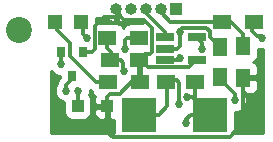
<source format=gtl>
G04 #@! TF.GenerationSoftware,KiCad,Pcbnew,(5.0.1)-4*
G04 #@! TF.CreationDate,2019-01-27T12:38:07-06:00*
G04 #@! TF.ProjectId,power_board,706F7765725F626F6172642E6B696361,rev?*
G04 #@! TF.SameCoordinates,Original*
G04 #@! TF.FileFunction,Copper,L1,Top,Signal*
G04 #@! TF.FilePolarity,Positive*
%FSLAX46Y46*%
G04 Gerber Fmt 4.6, Leading zero omitted, Abs format (unit mm)*
G04 Created by KiCad (PCBNEW (5.0.1)-4) date 1/27/2019 12:38:07 PM*
%MOMM*%
%LPD*%
G01*
G04 APERTURE LIST*
G04 #@! TA.AperFunction,SMDPad,CuDef*
%ADD10R,0.800000X0.900000*%
G04 #@! TD*
G04 #@! TA.AperFunction,SMDPad,CuDef*
%ADD11R,3.000000X3.000000*%
G04 #@! TD*
G04 #@! TA.AperFunction,SMDPad,CuDef*
%ADD12R,1.500000X1.250000*%
G04 #@! TD*
G04 #@! TA.AperFunction,SMDPad,CuDef*
%ADD13R,1.250000X1.500000*%
G04 #@! TD*
G04 #@! TA.AperFunction,SMDPad,CuDef*
%ADD14R,1.000000X1.000000*%
G04 #@! TD*
G04 #@! TA.AperFunction,SMDPad,CuDef*
%ADD15R,1.500000X1.300000*%
G04 #@! TD*
G04 #@! TA.AperFunction,SMDPad,CuDef*
%ADD16R,1.300000X1.500000*%
G04 #@! TD*
G04 #@! TA.AperFunction,SMDPad,CuDef*
%ADD17R,1.560000X0.650000*%
G04 #@! TD*
G04 #@! TA.AperFunction,ComponentPad*
%ADD18R,1.000000X1.000000*%
G04 #@! TD*
G04 #@! TA.AperFunction,ComponentPad*
%ADD19O,1.000000X1.000000*%
G04 #@! TD*
G04 #@! TA.AperFunction,ComponentPad*
%ADD20C,2.200000*%
G04 #@! TD*
G04 #@! TA.AperFunction,SMDPad,CuDef*
%ADD21R,1.200000X1.200000*%
G04 #@! TD*
G04 #@! TA.AperFunction,ViaPad*
%ADD22C,0.685800*%
G04 #@! TD*
G04 #@! TA.AperFunction,Conductor*
%ADD23C,0.300000*%
G04 #@! TD*
G04 #@! TA.AperFunction,Conductor*
%ADD24C,0.254000*%
G04 #@! TD*
G04 APERTURE END LIST*
D10*
G04 #@! TO.P,Q1,1*
G04 #@! TO.N,VDD*
X155128000Y-113452400D03*
G04 #@! TO.P,Q1,2*
G04 #@! TO.N,+5V*
X153228000Y-113452400D03*
G04 #@! TO.P,Q1,3*
G04 #@! TO.N,/D*
X154178000Y-115452400D03*
G04 #@! TD*
D11*
G04 #@! TO.P,P1,2*
G04 #@! TO.N,(GND)*
X159864800Y-118719600D03*
G04 #@! TO.P,P1,1*
G04 #@! TO.N,/D*
X165864800Y-118719600D03*
G04 #@! TD*
D12*
G04 #@! TO.P,C1,1*
G04 #@! TO.N,VDD*
X159878400Y-114096800D03*
G04 #@! TO.P,C1,2*
G04 #@! TO.N,(GND)*
X157378400Y-114096800D03*
G04 #@! TD*
G04 #@! TO.P,C2,2*
G04 #@! TO.N,(GND)*
X162122800Y-115950000D03*
G04 #@! TO.P,C2,1*
G04 #@! TO.N,/D*
X164622800Y-115950000D03*
G04 #@! TD*
D13*
G04 #@! TO.P,C3,1*
G04 #@! TO.N,+5V*
X166725600Y-115535600D03*
G04 #@! TO.P,C3,2*
G04 #@! TO.N,(GND)*
X166725600Y-113035600D03*
G04 #@! TD*
D14*
G04 #@! TO.P,D2,1*
G04 #@! TO.N,+5V*
X154655200Y-118008400D03*
G04 #@! TO.P,D2,2*
G04 #@! TO.N,VDD*
X157155200Y-118008400D03*
G04 #@! TD*
D15*
G04 #@! TO.P,R1,1*
G04 #@! TO.N,VDD*
X159926000Y-116000000D03*
G04 #@! TO.P,R1,2*
G04 #@! TO.N,Net-(D1-Pad2)*
X157226000Y-116000000D03*
G04 #@! TD*
G04 #@! TO.P,R2,2*
G04 #@! TO.N,(GND)*
X157175200Y-112268000D03*
G04 #@! TO.P,R2,1*
G04 #@! TO.N,Net-(R2-Pad1)*
X159875200Y-112268000D03*
G04 #@! TD*
D16*
G04 #@! TO.P,R3,1*
G04 #@! TO.N,PWR_SENSE*
X168656000Y-112899200D03*
G04 #@! TO.P,R3,2*
G04 #@! TO.N,VDD*
X168656000Y-115599200D03*
G04 #@! TD*
D15*
G04 #@! TO.P,R4,2*
G04 #@! TO.N,PWR_SENSE*
X166900000Y-110845600D03*
G04 #@! TO.P,R4,1*
G04 #@! TO.N,(GND)*
X169600000Y-110845600D03*
G04 #@! TD*
D17*
G04 #@! TO.P,U1,5*
G04 #@! TO.N,Net-(R2-Pad1)*
X164722800Y-112181600D03*
G04 #@! TO.P,U1,4*
G04 #@! TO.N,VDD*
X164722800Y-114081600D03*
G04 #@! TO.P,U1,3*
G04 #@! TO.N,/D*
X162022800Y-114081600D03*
G04 #@! TO.P,U1,2*
G04 #@! TO.N,(GND)*
X162022800Y-113131600D03*
G04 #@! TO.P,U1,1*
G04 #@! TO.N,STAT*
X162022800Y-112181600D03*
G04 #@! TD*
D18*
G04 #@! TO.P,J1,1*
G04 #@! TO.N,(GND)*
X163000000Y-109800000D03*
D19*
G04 #@! TO.P,J1,2*
G04 #@! TO.N,PWR_SENSE*
X161730000Y-109800000D03*
G04 #@! TO.P,J1,3*
G04 #@! TO.N,STAT*
X160460000Y-109800000D03*
G04 #@! TO.P,J1,4*
G04 #@! TO.N,+5V*
X159190000Y-109800000D03*
G04 #@! TO.P,J1,5*
G04 #@! TO.N,VDD*
X157920000Y-109800000D03*
G04 #@! TD*
D20*
G04 #@! TO.P,H1,1*
G04 #@! TO.N,N/C*
X149725000Y-111575000D03*
G04 #@! TD*
D21*
G04 #@! TO.P,LED,2*
G04 #@! TO.N,Net-(D1-Pad2)*
X152750000Y-110850000D03*
G04 #@! TO.P,LED,1*
G04 #@! TO.N,STAT*
X154950000Y-110850000D03*
G04 #@! TD*
D22*
G04 #@! TO.N,(GND)*
X163350000Y-111700000D03*
X163225000Y-117800000D03*
X158600000Y-115000000D03*
X170275000Y-112225000D03*
G04 #@! TO.N,/D*
X163800000Y-119450000D03*
X163350000Y-113895300D03*
X163870300Y-117200000D03*
G04 #@! TO.N,Net-(R2-Pad1)*
X158650000Y-113200004D03*
X165200000Y-113150000D03*
G04 #@! TO.N,+5V*
X168000000Y-117500000D03*
X154700000Y-116725000D03*
X153200000Y-114450000D03*
G04 #@! TO.N,STAT*
X155450000Y-112250000D03*
G04 #@! TO.N,/D*
X153675000Y-116700000D03*
G04 #@! TD*
D23*
G04 #@! TO.N,(GND)*
X157175200Y-113070400D02*
X157500000Y-113395200D01*
X157175200Y-112268000D02*
X157175200Y-113070400D01*
X157500000Y-113395200D02*
X157500000Y-114000000D01*
X161517200Y-118719600D02*
X162250000Y-117986800D01*
X159864800Y-118719600D02*
X161517200Y-118719600D01*
X162250000Y-117986800D02*
X162250000Y-115750000D01*
X158280800Y-114096800D02*
X158525000Y-114341000D01*
X157378400Y-114096800D02*
X158280800Y-114096800D01*
X158525000Y-114341000D02*
X158525000Y-114975000D01*
X158525000Y-114975000D02*
X158575000Y-114975000D01*
X158575000Y-114975000D02*
X158600000Y-115000000D01*
X169396400Y-111648000D02*
X169798400Y-112050000D01*
X169396400Y-110845600D02*
X169396400Y-111648000D01*
X169798400Y-112050000D02*
X170200000Y-112050000D01*
X170200000Y-112050000D02*
X170200000Y-112150000D01*
X170200000Y-112150000D02*
X170275000Y-112225000D01*
X166675000Y-112650000D02*
X166675000Y-112875000D01*
X163525000Y-111350000D02*
X163450000Y-111425000D01*
X165540522Y-111350000D02*
X163525000Y-111350000D01*
X165847599Y-111657077D02*
X165540522Y-111350000D01*
X165847599Y-112157599D02*
X165847599Y-111657077D01*
X166725600Y-113035600D02*
X165847599Y-112157599D01*
X163225000Y-117275000D02*
X163225000Y-117800000D01*
X163225000Y-116023800D02*
X163225000Y-117275000D01*
X162247800Y-115824000D02*
X163025200Y-115824000D01*
X163025200Y-115824000D02*
X163225000Y-116023800D01*
X163350000Y-112184933D02*
X163350000Y-111700000D01*
X163350000Y-112884400D02*
X163350000Y-112184933D01*
X163102800Y-113131600D02*
X163350000Y-112884400D01*
X162022800Y-113131600D02*
X163102800Y-113131600D01*
G04 #@! TO.N,/D*
X164622800Y-115824000D02*
X164622800Y-117372800D01*
X164622800Y-117372800D02*
X166000000Y-118750000D01*
X164212400Y-118719600D02*
X163800000Y-119132000D01*
X165864800Y-118719600D02*
X164212400Y-118719600D01*
X163800000Y-119132000D02*
X163800000Y-119450000D01*
X162022800Y-114081600D02*
X163163700Y-114081600D01*
X163163700Y-114081600D02*
X163350000Y-113895300D01*
X164355233Y-117200000D02*
X165055233Y-117900000D01*
X163870300Y-117200000D02*
X164355233Y-117200000D01*
X165055233Y-117900000D02*
X165275000Y-117900000D01*
G04 #@! TO.N,Net-(D1-Pad2)*
X157226000Y-116000000D02*
X156176000Y-116000000D01*
X152525599Y-111274401D02*
X152850000Y-110950000D01*
X152850000Y-110950000D02*
X152900000Y-110950000D01*
X153975691Y-112652636D02*
X152900000Y-111576945D01*
X156176000Y-116000000D02*
X153975691Y-113799691D01*
X153975691Y-113799691D02*
X153975691Y-112652636D01*
X152900000Y-111576945D02*
X152900000Y-110950000D01*
G04 #@! TO.N,Net-(R2-Pad1)*
X158825200Y-112268000D02*
X158650000Y-112443200D01*
X158650000Y-112715071D02*
X158650000Y-113200004D01*
X158650000Y-112443200D02*
X158650000Y-112715071D01*
X159875200Y-112268000D02*
X158825200Y-112268000D01*
X165200000Y-112665067D02*
X164709933Y-112175000D01*
X165200000Y-113150000D02*
X165200000Y-112665067D01*
X164709933Y-112175000D02*
X164700000Y-112175000D01*
G04 #@! TO.N,+5V*
X168000000Y-117015067D02*
X166750000Y-115765067D01*
X168000000Y-117500000D02*
X168000000Y-117015067D01*
X166750000Y-115765067D02*
X166750000Y-115500000D01*
X154700000Y-117209933D02*
X154675000Y-117234933D01*
X154700000Y-116725000D02*
X154700000Y-117209933D01*
X154675000Y-117234933D02*
X154675000Y-117875000D01*
X153200000Y-113965067D02*
X153225000Y-113940067D01*
X153200000Y-114450000D02*
X153200000Y-113965067D01*
X153225000Y-113940067D02*
X153225000Y-113475000D01*
G04 #@! TO.N,STAT*
X162022800Y-111704200D02*
X160500000Y-110181400D01*
X162022800Y-112181600D02*
X162022800Y-111704200D01*
X160500000Y-110181400D02*
X160500000Y-110141210D01*
X155108000Y-111908000D02*
X155450000Y-112250000D01*
X155108000Y-110947200D02*
X155108000Y-111908000D01*
G04 #@! TO.N,PWR_SENSE*
X162434118Y-110845600D02*
X161750000Y-110161482D01*
X166696400Y-110845600D02*
X162434118Y-110845600D01*
X167598800Y-110845600D02*
X168625000Y-111871800D01*
X166696400Y-110845600D02*
X167598800Y-110845600D01*
X168625000Y-111871800D02*
X168625000Y-112825000D01*
G04 #@! TO.N,VDD*
X157250000Y-120250000D02*
X157250000Y-117750000D01*
X157606190Y-120606190D02*
X157250000Y-120250000D01*
X167522532Y-120606190D02*
X157606190Y-120606190D01*
X168656000Y-119472722D02*
X167522532Y-120606190D01*
X168656000Y-115599200D02*
X168656000Y-119472722D01*
X158217921Y-116952401D02*
X159170322Y-116000000D01*
X157411199Y-116952401D02*
X158217921Y-116952401D01*
X157155200Y-118008400D02*
X157155200Y-117208400D01*
X157155200Y-117208400D02*
X157411199Y-116952401D01*
X159170322Y-116000000D02*
X160000000Y-116000000D01*
X160350191Y-113625009D02*
X160740207Y-113625009D01*
X159878400Y-114096800D02*
X160350191Y-113625009D01*
X160927601Y-111376079D02*
X160226522Y-110675000D01*
X160740207Y-113625009D02*
X160927601Y-113437615D01*
X160927601Y-113437615D02*
X160927601Y-111376079D01*
X160226522Y-110675000D02*
X158575000Y-110675000D01*
X160615601Y-114709001D02*
X164065999Y-114709001D01*
X159878400Y-114096800D02*
X160003400Y-114096800D01*
X160003400Y-114096800D02*
X160615601Y-114709001D01*
X164065999Y-114709001D02*
X164725000Y-114050000D01*
X156122799Y-113157601D02*
X156122799Y-111227201D01*
X155128000Y-113452400D02*
X155828000Y-113452400D01*
X155828000Y-113452400D02*
X156122799Y-113157601D01*
X156900000Y-110450000D02*
X158350000Y-110450000D01*
X156122799Y-111227201D02*
X156900000Y-110450000D01*
X158575000Y-110675000D02*
X158350000Y-110450000D01*
X158350000Y-110450000D02*
X158115010Y-110215010D01*
G04 #@! TO.N,/D*
X153675000Y-116215067D02*
X154150000Y-115740067D01*
X153675000Y-116700000D02*
X153675000Y-116215067D01*
X154150000Y-115740067D02*
X154150000Y-115450000D01*
G04 #@! TD*
D24*
G04 #@! TO.N,VDD*
G36*
X152646064Y-115279023D02*
X153005484Y-115427900D01*
X153130560Y-115427900D01*
X153130560Y-115634740D01*
X153109048Y-115649114D01*
X153065253Y-115714657D01*
X153065251Y-115714659D01*
X153024679Y-115775379D01*
X152935546Y-115908775D01*
X152898867Y-116093174D01*
X152845977Y-116146064D01*
X152697100Y-116505484D01*
X152697100Y-116894516D01*
X152845977Y-117253936D01*
X153121064Y-117529023D01*
X153480484Y-117677900D01*
X153507760Y-117677900D01*
X153507760Y-118508400D01*
X153557043Y-118756165D01*
X153697391Y-118966209D01*
X153907435Y-119106557D01*
X154155200Y-119155840D01*
X155155200Y-119155840D01*
X155402965Y-119106557D01*
X155613009Y-118966209D01*
X155753357Y-118756165D01*
X155802640Y-118508400D01*
X155802640Y-118294150D01*
X156020200Y-118294150D01*
X156020200Y-118634710D01*
X156116873Y-118868099D01*
X156295502Y-119046727D01*
X156528891Y-119143400D01*
X156869450Y-119143400D01*
X157028200Y-118984650D01*
X157028200Y-118135400D01*
X156178950Y-118135400D01*
X156020200Y-118294150D01*
X155802640Y-118294150D01*
X155802640Y-117508400D01*
X155753357Y-117260635D01*
X155619551Y-117060382D01*
X155677900Y-116919516D01*
X155677900Y-116611292D01*
X155823794Y-116708775D01*
X155842773Y-116721457D01*
X155877843Y-116897765D01*
X156018191Y-117107809D01*
X156108748Y-117168317D01*
X156020200Y-117382090D01*
X156020200Y-117722650D01*
X156178950Y-117881400D01*
X157028200Y-117881400D01*
X157028200Y-117861400D01*
X157282200Y-117861400D01*
X157282200Y-117881400D01*
X157302200Y-117881400D01*
X157302200Y-118135400D01*
X157282200Y-118135400D01*
X157282200Y-118984650D01*
X157440950Y-119143400D01*
X157717360Y-119143400D01*
X157717360Y-120219600D01*
X157728101Y-120273600D01*
X152389200Y-120273600D01*
X152389200Y-115022159D01*
X152646064Y-115279023D01*
X152646064Y-115279023D01*
G37*
X152646064Y-115279023D02*
X153005484Y-115427900D01*
X153130560Y-115427900D01*
X153130560Y-115634740D01*
X153109048Y-115649114D01*
X153065253Y-115714657D01*
X153065251Y-115714659D01*
X153024679Y-115775379D01*
X152935546Y-115908775D01*
X152898867Y-116093174D01*
X152845977Y-116146064D01*
X152697100Y-116505484D01*
X152697100Y-116894516D01*
X152845977Y-117253936D01*
X153121064Y-117529023D01*
X153480484Y-117677900D01*
X153507760Y-117677900D01*
X153507760Y-118508400D01*
X153557043Y-118756165D01*
X153697391Y-118966209D01*
X153907435Y-119106557D01*
X154155200Y-119155840D01*
X155155200Y-119155840D01*
X155402965Y-119106557D01*
X155613009Y-118966209D01*
X155753357Y-118756165D01*
X155802640Y-118508400D01*
X155802640Y-118294150D01*
X156020200Y-118294150D01*
X156020200Y-118634710D01*
X156116873Y-118868099D01*
X156295502Y-119046727D01*
X156528891Y-119143400D01*
X156869450Y-119143400D01*
X157028200Y-118984650D01*
X157028200Y-118135400D01*
X156178950Y-118135400D01*
X156020200Y-118294150D01*
X155802640Y-118294150D01*
X155802640Y-117508400D01*
X155753357Y-117260635D01*
X155619551Y-117060382D01*
X155677900Y-116919516D01*
X155677900Y-116611292D01*
X155823794Y-116708775D01*
X155842773Y-116721457D01*
X155877843Y-116897765D01*
X156018191Y-117107809D01*
X156108748Y-117168317D01*
X156020200Y-117382090D01*
X156020200Y-117722650D01*
X156178950Y-117881400D01*
X157028200Y-117881400D01*
X157028200Y-117861400D01*
X157282200Y-117861400D01*
X157282200Y-117881400D01*
X157302200Y-117881400D01*
X157302200Y-118135400D01*
X157282200Y-118135400D01*
X157282200Y-118984650D01*
X157440950Y-119143400D01*
X157717360Y-119143400D01*
X157717360Y-120219600D01*
X157728101Y-120273600D01*
X152389200Y-120273600D01*
X152389200Y-115022159D01*
X152646064Y-115279023D01*
G36*
X170080484Y-113202900D02*
X170365200Y-113202900D01*
X170365201Y-120273600D01*
X168001499Y-120273600D01*
X168012240Y-120219600D01*
X168012240Y-118477900D01*
X168194516Y-118477900D01*
X168553936Y-118329023D01*
X168829023Y-118053936D01*
X168977900Y-117694516D01*
X168977900Y-117305484D01*
X168829023Y-116946064D01*
X168783002Y-116900043D01*
X168783002Y-116825452D01*
X168941750Y-116984200D01*
X169432310Y-116984200D01*
X169665699Y-116887527D01*
X169844327Y-116708898D01*
X169941000Y-116475509D01*
X169941000Y-115884950D01*
X169782250Y-115726200D01*
X168783000Y-115726200D01*
X168783000Y-115746200D01*
X168529000Y-115746200D01*
X168529000Y-115726200D01*
X168509000Y-115726200D01*
X168509000Y-115472200D01*
X168529000Y-115472200D01*
X168529000Y-115452200D01*
X168783000Y-115452200D01*
X168783000Y-115472200D01*
X169782250Y-115472200D01*
X169941000Y-115313450D01*
X169941000Y-114722891D01*
X169844327Y-114489502D01*
X169665699Y-114310873D01*
X169525791Y-114252921D01*
X169553765Y-114247357D01*
X169763809Y-114107009D01*
X169904157Y-113896965D01*
X169953440Y-113649200D01*
X169953440Y-113150277D01*
X170080484Y-113202900D01*
X170080484Y-113202900D01*
G37*
X170080484Y-113202900D02*
X170365200Y-113202900D01*
X170365201Y-120273600D01*
X168001499Y-120273600D01*
X168012240Y-120219600D01*
X168012240Y-118477900D01*
X168194516Y-118477900D01*
X168553936Y-118329023D01*
X168829023Y-118053936D01*
X168977900Y-117694516D01*
X168977900Y-117305484D01*
X168829023Y-116946064D01*
X168783002Y-116900043D01*
X168783002Y-116825452D01*
X168941750Y-116984200D01*
X169432310Y-116984200D01*
X169665699Y-116887527D01*
X169844327Y-116708898D01*
X169941000Y-116475509D01*
X169941000Y-115884950D01*
X169782250Y-115726200D01*
X168783000Y-115726200D01*
X168783000Y-115746200D01*
X168529000Y-115746200D01*
X168529000Y-115726200D01*
X168509000Y-115726200D01*
X168509000Y-115472200D01*
X168529000Y-115472200D01*
X168529000Y-115452200D01*
X168783000Y-115452200D01*
X168783000Y-115472200D01*
X169782250Y-115472200D01*
X169941000Y-115313450D01*
X169941000Y-114722891D01*
X169844327Y-114489502D01*
X169665699Y-114310873D01*
X169525791Y-114252921D01*
X169553765Y-114247357D01*
X169763809Y-114107009D01*
X169904157Y-113896965D01*
X169953440Y-113649200D01*
X169953440Y-113150277D01*
X170080484Y-113202900D01*
G36*
X160005400Y-113969800D02*
X160025400Y-113969800D01*
X160025400Y-114223800D01*
X160005400Y-114223800D01*
X160005400Y-115198050D01*
X160053000Y-115245650D01*
X160053000Y-115873000D01*
X160073000Y-115873000D01*
X160073000Y-116127000D01*
X160053000Y-116127000D01*
X160053000Y-116147000D01*
X159799000Y-116147000D01*
X159799000Y-116127000D01*
X159779000Y-116127000D01*
X159779000Y-115873000D01*
X159799000Y-115873000D01*
X159799000Y-114873750D01*
X159751400Y-114826150D01*
X159751400Y-114223800D01*
X159731400Y-114223800D01*
X159731400Y-113969800D01*
X159751400Y-113969800D01*
X159751400Y-113949800D01*
X160005400Y-113949800D01*
X160005400Y-113969800D01*
X160005400Y-113969800D01*
G37*
X160005400Y-113969800D02*
X160025400Y-113969800D01*
X160025400Y-114223800D01*
X160005400Y-114223800D01*
X160005400Y-115198050D01*
X160053000Y-115245650D01*
X160053000Y-115873000D01*
X160073000Y-115873000D01*
X160073000Y-116127000D01*
X160053000Y-116127000D01*
X160053000Y-116147000D01*
X159799000Y-116147000D01*
X159799000Y-116127000D01*
X159779000Y-116127000D01*
X159779000Y-115873000D01*
X159799000Y-115873000D01*
X159799000Y-114873750D01*
X159751400Y-114826150D01*
X159751400Y-114223800D01*
X159731400Y-114223800D01*
X159731400Y-113969800D01*
X159751400Y-113969800D01*
X159751400Y-113949800D01*
X160005400Y-113949800D01*
X160005400Y-113969800D01*
G36*
X164646064Y-113979023D02*
X164869800Y-114071698D01*
X164869800Y-114208600D01*
X164849800Y-114208600D01*
X164849800Y-114228600D01*
X164595800Y-114228600D01*
X164595800Y-114208600D01*
X164575800Y-114208600D01*
X164575800Y-113954600D01*
X164595800Y-113954600D01*
X164595800Y-113934600D01*
X164601641Y-113934600D01*
X164646064Y-113979023D01*
X164646064Y-113979023D01*
G37*
X164646064Y-113979023D02*
X164869800Y-114071698D01*
X164869800Y-114208600D01*
X164849800Y-114208600D01*
X164849800Y-114228600D01*
X164595800Y-114228600D01*
X164595800Y-114208600D01*
X164575800Y-114208600D01*
X164575800Y-113954600D01*
X164595800Y-113954600D01*
X164595800Y-113934600D01*
X164601641Y-113934600D01*
X164646064Y-113979023D01*
G36*
X155255000Y-113325400D02*
X155275000Y-113325400D01*
X155275000Y-113579400D01*
X155255000Y-113579400D01*
X155255000Y-113599400D01*
X155001000Y-113599400D01*
X155001000Y-113579400D01*
X154981000Y-113579400D01*
X154981000Y-113325400D01*
X155001000Y-113325400D01*
X155001000Y-113305400D01*
X155255000Y-113305400D01*
X155255000Y-113325400D01*
X155255000Y-113325400D01*
G37*
X155255000Y-113325400D02*
X155275000Y-113325400D01*
X155275000Y-113579400D01*
X155255000Y-113579400D01*
X155255000Y-113599400D01*
X155001000Y-113599400D01*
X155001000Y-113579400D01*
X154981000Y-113579400D01*
X154981000Y-113325400D01*
X155001000Y-113325400D01*
X155001000Y-113305400D01*
X155255000Y-113305400D01*
X155255000Y-113325400D01*
G36*
X157359791Y-110787127D02*
X157618126Y-110894119D01*
X157793000Y-110767954D01*
X157793000Y-110547600D01*
X158047000Y-110547600D01*
X158047000Y-110767954D01*
X158221874Y-110894119D01*
X158480209Y-110787127D01*
X158543090Y-110732801D01*
X158747145Y-110869146D01*
X159078217Y-110935000D01*
X159301783Y-110935000D01*
X159632855Y-110869146D01*
X159825000Y-110740759D01*
X160017145Y-110869146D01*
X160092597Y-110884154D01*
X160179003Y-110970560D01*
X159125200Y-110970560D01*
X158877435Y-111019843D01*
X158667391Y-111160191D01*
X158527043Y-111370235D01*
X158525200Y-111379500D01*
X158523357Y-111370235D01*
X158383009Y-111160191D01*
X158172965Y-111019843D01*
X157925200Y-110970560D01*
X156425200Y-110970560D01*
X156197440Y-111015864D01*
X156197440Y-110547600D01*
X157082546Y-110547600D01*
X157359791Y-110787127D01*
X157359791Y-110787127D01*
G37*
X157359791Y-110787127D02*
X157618126Y-110894119D01*
X157793000Y-110767954D01*
X157793000Y-110547600D01*
X158047000Y-110547600D01*
X158047000Y-110767954D01*
X158221874Y-110894119D01*
X158480209Y-110787127D01*
X158543090Y-110732801D01*
X158747145Y-110869146D01*
X159078217Y-110935000D01*
X159301783Y-110935000D01*
X159632855Y-110869146D01*
X159825000Y-110740759D01*
X160017145Y-110869146D01*
X160092597Y-110884154D01*
X160179003Y-110970560D01*
X159125200Y-110970560D01*
X158877435Y-111019843D01*
X158667391Y-111160191D01*
X158527043Y-111370235D01*
X158525200Y-111379500D01*
X158523357Y-111370235D01*
X158383009Y-111160191D01*
X158172965Y-111019843D01*
X157925200Y-110970560D01*
X156425200Y-110970560D01*
X156197440Y-111015864D01*
X156197440Y-110547600D01*
X157082546Y-110547600D01*
X157359791Y-110787127D01*
G04 #@! TD*
M02*

</source>
